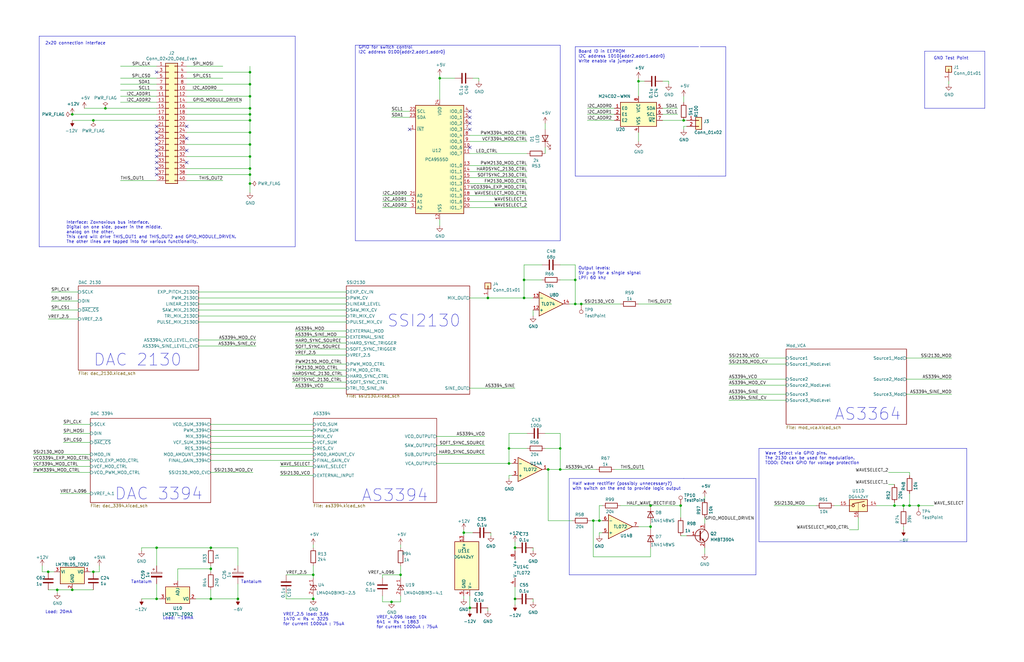
<source format=kicad_sch>
(kicad_sch (version 20230121) (generator eeschema)
  (paper "B")
  (title_block (title "Zoxnoxious SSI2130/AS3394") (date "2023-05-05") (rev "0.1") (company "Zoxnoxious Engineering"))
  (junction (at 105.41 60.96))
  (junction (at 105.41 50.8))
  (junction (at 195.58 224.79))
  (junction (at 44.45 45.72))
  (junction (at 30.48 48.26))
  (junction (at 100.33 252.73))
  (junction (at 105.41 40.64))
  (junction (at 132.08 252.73))
  (junction (at 198.12 256.54))
  (junction (at 24.13 248.92))
  (junction (at 242.57 128.27))
  (junction (at 168.91 242.57))
  (junction (at 217.17 231.14))
  (junction (at 250.19 219.71))
  (junction (at 274.32 213.36))
  (junction (at 231.14 198.12))
  (junction (at 185.42 33.02))
  (junction (at 66.04 252.73))
  (junction (at 220.98 118.11))
  (junction (at 105.41 73.66))
  (junction (at 377.19 213.36))
  (junction (at 387.35 213.36))
  (junction (at 88.9 252.73))
  (junction (at 214.63 195.58))
  (junction (at 269.24 34.29))
  (junction (at 383.54 213.36))
  (junction (at 252.73 219.71))
  (junction (at 105.41 66.04))
  (junction (at 30.48 248.92))
  (junction (at 39.37 241.3))
  (junction (at 105.41 77.47))
  (junction (at 105.41 48.26))
  (junction (at 88.9 231.14))
  (junction (at 288.29 50.8))
  (junction (at 236.22 189.23))
  (junction (at 236.22 198.12))
  (junction (at 132.08 242.57))
  (junction (at 39.37 50.8))
  (junction (at 214.63 189.23))
  (junction (at 105.41 55.88))
  (junction (at 105.41 45.72))
  (junction (at 105.41 35.56))
  (junction (at 66.04 231.14))
  (junction (at 217.17 252.73))
  (junction (at 287.02 213.36))
  (junction (at 220.98 125.73))
  (junction (at 88.9 240.03))
  (junction (at 245.11 128.27))
  (junction (at 274.32 222.25))
  (junction (at 105.41 71.12))
  (junction (at 205.74 125.73))
  (junction (at 242.57 118.11))
  (junction (at 381 213.36))
  (junction (at 165.1 254))
  (junction (at 105.41 30.48))
  (junction (at 20.32 241.3))
  (no_connect (at 78.74 68.58))
  (no_connect (at 78.74 63.5))
  (no_connect (at 78.74 58.42))
  (no_connect (at 78.74 53.34))
  (no_connect (at 172.72 54.61))
  (no_connect (at 66.04 73.66))
  (no_connect (at 66.04 71.12))
  (no_connect (at 66.04 63.5))
  (no_connect (at 66.04 60.96))
  (no_connect (at 66.04 58.42))
  (no_connect (at 66.04 55.88))
  (no_connect (at 66.04 53.34))
  (no_connect (at 66.04 68.58))
  (no_connect (at 66.04 66.04))
  (no_connect (at 66.04 30.48))
  (no_connect (at 198.12 54.61))
  (no_connect (at 198.12 52.07))
  (no_connect (at 198.12 49.53))
  (no_connect (at 198.12 46.99))
  (no_connect (at 198.12 62.23))
  (wire (pts (xy 224.79 231.14) (xy 224.79 232.41)))
  (wire (pts (xy 83.82 130.81) (xy 146.05 130.81)))
  (polyline (pts (xy 320.04 189.23) (xy 407.67 189.23)))
  (polyline (pts (xy 306.07 19.685) (xy 306.07 74.295)))
  (wire (pts (xy 100.33 238.76) (xy 100.33 231.14)))
  (wire (pts (xy 168.91 251.46) (xy 168.91 254)))
  (wire (pts (xy 351.79 213.36) (xy 354.33 213.36)))
  (wire (pts (xy 66.04 252.73) (xy 67.31 252.73)))
  (wire (pts (xy 326.39 213.36) (xy 344.17 213.36)))
  (wire (pts (xy 105.41 60.96) (xy 105.41 66.04)))
  (wire (pts (xy 195.58 223.52) (xy 195.58 224.79)))
  (wire (pts (xy 374.65 204.47) (xy 377.19 204.47)))
  (wire (pts (xy 168.91 242.57) (xy 168.91 238.76)))
  (polyline (pts (xy 242.57 74.295) (xy 242.57 19.685)))
  (wire (pts (xy 279.4 34.29) (xy 281.94 34.29)))
  (wire (pts (xy 274.32 222.25) (xy 274.32 223.52)))
  (wire (pts (xy 88.9 184.15) (xy 132.08 184.15)))
  (wire (pts (xy 78.74 48.26) (xy 105.41 48.26)))
  (wire (pts (xy 66.04 50.8) (xy 39.37 50.8)))
  (polyline (pts (xy 240.03 242.57) (xy 240.03 201.93)))
  (wire (pts (xy 24.13 248.92) (xy 20.32 248.92)))
  (wire (pts (xy 184.15 195.58) (xy 214.63 195.58)))
  (wire (pts (xy 269.24 55.88) (xy 269.24 59.69)))
  (wire (pts (xy 118.11 200.66) (xy 132.08 200.66)))
  (wire (pts (xy 245.11 128.27) (xy 261.62 128.27)))
  (wire (pts (xy 88.9 199.39) (xy 106.68 199.39)))
  (wire (pts (xy 185.42 33.02) (xy 185.42 41.91)))
  (wire (pts (xy 50.8 76.2) (xy 66.04 76.2)))
  (polyline (pts (xy 407.67 189.23) (xy 407.67 228.6)))
  (wire (pts (xy 281.94 35.56) (xy 281.94 34.29)))
  (polyline (pts (xy 318.77 242.57) (xy 240.03 242.57)))
  (polyline (pts (xy 149.86 19.05) (xy 236.22 19.05)))
  (wire (pts (xy 242.57 111.76) (xy 242.57 118.11)))
  (wire (pts (xy 229.87 62.23) (xy 229.87 64.77)))
  (wire (pts (xy 279.4 48.26) (xy 285.75 48.26)))
  (wire (pts (xy 382.27 151.13) (xy 401.32 151.13)))
  (wire (pts (xy 361.95 218.44) (xy 361.95 223.52)))
  (wire (pts (xy 274.32 231.14) (xy 274.32 234.95)))
  (wire (pts (xy 78.74 40.64) (xy 105.41 40.64)))
  (wire (pts (xy 400.05 34.29) (xy 400.05 35.56)))
  (wire (pts (xy 13.97 194.31) (xy 38.1 194.31)))
  (wire (pts (xy 83.82 135.89) (xy 146.05 135.89)))
  (wire (pts (xy 88.9 240.03) (xy 88.9 238.76)))
  (wire (pts (xy 74.93 245.11) (xy 74.93 240.03)))
  (wire (pts (xy 307.34 160.02) (xy 331.47 160.02)))
  (wire (pts (xy 93.98 76.2) (xy 78.74 76.2)))
  (wire (pts (xy 39.37 50.8) (xy 30.48 50.8)))
  (polyline (pts (xy 415.29 21.59) (xy 415.29 45.72)))
  (wire (pts (xy 198.12 64.77) (xy 222.25 64.77)))
  (wire (pts (xy 254 224.79) (xy 252.73 224.79)))
  (wire (pts (xy 229.87 52.07) (xy 229.87 54.61)))
  (polyline (pts (xy 16.51 104.14) (xy 16.51 15.24)))
  (wire (pts (xy 236.22 111.76) (xy 242.57 111.76)))
  (polyline (pts (xy 389.89 21.59) (xy 415.29 21.59)))
  (wire (pts (xy 220.98 125.73) (xy 224.79 125.73)))
  (polyline (pts (xy 288.29 201.93) (xy 318.77 201.93)))
  (wire (pts (xy 105.41 55.88) (xy 105.41 60.96)))
  (wire (pts (xy 83.82 143.51) (xy 107.95 143.51)))
  (wire (pts (xy 214.63 189.23) (xy 214.63 195.58)))
  (wire (pts (xy 214.63 195.58) (xy 215.9 195.58)))
  (wire (pts (xy 88.9 186.69) (xy 132.08 186.69)))
  (wire (pts (xy 172.72 46.99) (xy 165.1 46.99)))
  (wire (pts (xy 259.08 45.72) (xy 247.65 45.72)))
  (wire (pts (xy 288.29 40.64) (xy 288.29 43.18)))
  (wire (pts (xy 20.32 134.62) (xy 33.02 134.62)))
  (wire (pts (xy 381 222.25) (xy 381 223.52)))
  (wire (pts (xy 361.95 223.52) (xy 358.14 223.52)))
  (wire (pts (xy 195.58 251.46) (xy 195.58 252.73)))
  (wire (pts (xy 271.78 34.29) (xy 269.24 34.29)))
  (wire (pts (xy 118.11 196.85) (xy 132.08 196.85)))
  (wire (pts (xy 78.74 55.88) (xy 105.41 55.88)))
  (wire (pts (xy 83.82 123.19) (xy 146.05 123.19)))
  (wire (pts (xy 105.41 40.64) (xy 105.41 45.72)))
  (wire (pts (xy 261.62 213.36) (xy 274.32 213.36)))
  (wire (pts (xy 274.32 234.95) (xy 250.19 234.95)))
  (wire (pts (xy 269.24 33.02) (xy 269.24 34.29)))
  (wire (pts (xy 172.72 82.55) (xy 161.29 82.55)))
  (wire (pts (xy 50.8 33.02) (xy 66.04 33.02)))
  (wire (pts (xy 252.73 213.36) (xy 252.73 219.71)))
  (wire (pts (xy 242.57 128.27) (xy 245.11 128.27)))
  (wire (pts (xy 236.22 198.12) (xy 251.46 198.12)))
  (wire (pts (xy 274.32 220.98) (xy 274.32 222.25)))
  (wire (pts (xy 269.24 40.64) (xy 269.24 34.29)))
  (wire (pts (xy 382.27 166.37) (xy 401.32 166.37)))
  (wire (pts (xy 38.1 182.88) (xy 26.67 182.88)))
  (wire (pts (xy 33.02 127) (xy 21.59 127)))
  (wire (pts (xy 124.46 163.83) (xy 146.05 163.83)))
  (wire (pts (xy 78.74 50.8) (xy 105.41 50.8)))
  (polyline (pts (xy 124.46 15.24) (xy 124.46 104.14)))
  (wire (pts (xy 205.74 125.73) (xy 220.98 125.73)))
  (wire (pts (xy 198.12 82.55) (xy 222.25 82.55)))
  (wire (pts (xy 26.67 186.69) (xy 38.1 186.69)))
  (wire (pts (xy 78.74 45.72) (xy 105.41 45.72)))
  (wire (pts (xy 229.87 182.88) (xy 236.22 182.88)))
  (wire (pts (xy 383.54 199.39) (xy 383.54 200.66)))
  (wire (pts (xy 236.22 182.88) (xy 236.22 189.23)))
  (wire (pts (xy 30.48 248.92) (xy 24.13 248.92)))
  (wire (pts (xy 377.19 213.36) (xy 381 213.36)))
  (wire (pts (xy 105.41 73.66) (xy 105.41 77.47)))
  (wire (pts (xy 124.46 144.78) (xy 146.05 144.78)))
  (wire (pts (xy 185.42 31.75) (xy 185.42 33.02)))
  (wire (pts (xy 288.29 50.8) (xy 289.56 50.8)))
  (wire (pts (xy 195.58 224.79) (xy 195.58 226.06)))
  (wire (pts (xy 66.04 35.56) (xy 50.8 35.56)))
  (wire (pts (xy 66.04 231.14) (xy 88.9 231.14)))
  (wire (pts (xy 307.34 151.13) (xy 331.47 151.13)))
  (wire (pts (xy 198.12 57.15) (xy 222.25 57.15)))
  (wire (pts (xy 161.29 243.84) (xy 161.29 242.57)))
  (wire (pts (xy 307.34 162.56) (xy 331.47 162.56)))
  (wire (pts (xy 100.33 231.14) (xy 88.9 231.14)))
  (polyline (pts (xy 407.67 228.6) (xy 320.04 228.6)))
  (wire (pts (xy 287.02 218.44) (xy 287.02 213.36)))
  (wire (pts (xy 78.74 60.96) (xy 105.41 60.96)))
  (wire (pts (xy 220.98 111.76) (xy 220.98 118.11)))
  (wire (pts (xy 66.04 45.72) (xy 44.45 45.72)))
  (wire (pts (xy 383.54 208.28) (xy 383.54 213.36)))
  (wire (pts (xy 78.74 27.94) (xy 93.98 27.94)))
  (wire (pts (xy 199.39 33.02) (xy 201.93 33.02)))
  (polyline (pts (xy 149.86 101.6) (xy 236.22 101.6)))
  (wire (pts (xy 287.02 213.36) (xy 274.32 213.36)))
  (wire (pts (xy 168.91 242.57) (xy 168.91 243.84)))
  (wire (pts (xy 66.04 238.76) (xy 66.04 231.14)))
  (polyline (pts (xy 242.57 19.685) (xy 294.64 19.685)))
  (wire (pts (xy 41.91 241.3) (xy 39.37 241.3)))
  (wire (pts (xy 24.13 248.92) (xy 24.13 250.19)))
  (wire (pts (xy 88.9 248.92) (xy 88.9 252.73)))
  (wire (pts (xy 214.63 189.23) (xy 222.25 189.23)))
  (wire (pts (xy 83.82 133.35) (xy 146.05 133.35)))
  (wire (pts (xy 78.74 43.18) (xy 101.6 43.18)))
  (wire (pts (xy 83.82 125.73) (xy 146.05 125.73)))
  (wire (pts (xy 229.87 189.23) (xy 236.22 189.23)))
  (wire (pts (xy 217.17 252.73) (xy 217.17 255.27)))
  (polyline (pts (xy 149.86 101.6) (xy 149.86 19.05)))
  (wire (pts (xy 259.08 48.26) (xy 247.65 48.26)))
  (wire (pts (xy 105.41 35.56) (xy 105.41 40.64)))
  (wire (pts (xy 369.57 213.36) (xy 377.19 213.36)))
  (wire (pts (xy 185.42 92.71) (xy 185.42 95.25)))
  (polyline (pts (xy 320.04 189.23) (xy 320.04 228.6)))
  (wire (pts (xy 38.1 179.07) (xy 26.67 179.07)))
  (wire (pts (xy 297.18 218.44) (xy 297.18 220.98)))
  (wire (pts (xy 124.46 149.86) (xy 146.05 149.86)))
  (polyline (pts (xy 124.46 104.14) (xy 16.51 104.14)))
  (wire (pts (xy 25.4 208.28) (xy 38.1 208.28)))
  (wire (pts (xy 78.74 66.04) (xy 105.41 66.04)))
  (wire (pts (xy 88.9 252.73) (xy 100.33 252.73)))
  (wire (pts (xy 33.02 123.19) (xy 21.59 123.19)))
  (wire (pts (xy 201.93 34.29) (xy 201.93 33.02)))
  (wire (pts (xy 307.34 166.37) (xy 331.47 166.37)))
  (wire (pts (xy 78.74 71.12) (xy 105.41 71.12)))
  (wire (pts (xy 381 213.36) (xy 383.54 213.36)))
  (wire (pts (xy 132.08 229.87) (xy 132.08 231.14)))
  (wire (pts (xy 383.54 213.36) (xy 387.35 213.36)))
  (wire (pts (xy 231.14 219.71) (xy 241.3 219.71)))
  (wire (pts (xy 120.65 252.73) (xy 132.08 252.73)))
  (wire (pts (xy 88.9 194.31) (xy 132.08 194.31)))
  (wire (pts (xy 184.15 187.96) (xy 204.47 187.96)))
  (polyline (pts (xy 389.89 21.59) (xy 389.89 45.72)))
  (wire (pts (xy 198.12 72.39) (xy 222.25 72.39)))
  (wire (pts (xy 78.74 30.48) (xy 105.41 30.48)))
  (polyline (pts (xy 240.03 201.93) (xy 288.29 201.93)))
  (wire (pts (xy 236.22 189.23) (xy 236.22 198.12)))
  (wire (pts (xy 279.4 50.8) (xy 288.29 50.8)))
  (polyline (pts (xy 294.64 74.295) (xy 242.57 74.295)))
  (polyline (pts (xy 415.29 45.72) (xy 389.89 45.72)))
  (wire (pts (xy 105.41 71.12) (xy 105.41 73.66)))
  (wire (pts (xy 220.98 118.11) (xy 228.6 118.11)))
  (wire (pts (xy 83.82 146.05) (xy 107.95 146.05)))
  (wire (pts (xy 198.12 74.93) (xy 222.25 74.93)))
  (wire (pts (xy 132.08 243.84) (xy 132.08 242.57)))
  (wire (pts (xy 198.12 77.47) (xy 222.25 77.47)))
  (wire (pts (xy 123.19 161.29) (xy 146.05 161.29)))
  (wire (pts (xy 105.41 77.47) (xy 105.41 81.28)))
  (wire (pts (xy 50.8 40.64) (xy 66.04 40.64)))
  (wire (pts (xy 41.91 238.76) (xy 41.91 241.3)))
  (wire (pts (xy 377.19 212.09) (xy 377.19 213.36)))
  (wire (pts (xy 217.17 247.65) (xy 217.17 252.73)))
  (polyline (pts (xy 16.51 15.24) (xy 124.46 15.24)))
  (wire (pts (xy 124.46 156.21) (xy 146.05 156.21)))
  (wire (pts (xy 199.39 224.79) (xy 195.58 224.79)))
  (wire (pts (xy 93.98 38.1) (xy 78.74 38.1)))
  (wire (pts (xy 124.46 153.67) (xy 146.05 153.67)))
  (polyline (pts (xy 288.29 201.93) (xy 288.29 201.93)))
  (wire (pts (xy 222.25 182.88) (xy 214.63 182.88)))
  (wire (pts (xy 13.97 196.85) (xy 38.1 196.85)))
  (wire (pts (xy 191.77 33.02) (xy 185.42 33.02)))
  (wire (pts (xy 198.12 87.63) (xy 222.25 87.63)))
  (wire (pts (xy 124.46 142.24) (xy 146.05 142.24)))
  (wire (pts (xy 105.41 66.04) (xy 105.41 71.12)))
  (wire (pts (xy 242.57 128.27) (xy 240.03 128.27)))
  (wire (pts (xy 50.8 27.94) (xy 66.04 27.94)))
  (wire (pts (xy 124.46 147.32) (xy 146.05 147.32)))
  (wire (pts (xy 88.9 191.77) (xy 132.08 191.77)))
  (wire (pts (xy 132.08 251.46) (xy 132.08 252.73)))
  (wire (pts (xy 288.29 53.34) (xy 289.56 53.34)))
  (wire (pts (xy 161.29 242.57) (xy 168.91 242.57)))
  (polyline (pts (xy 236.22 19.05) (xy 236.22 101.6)))
  (wire (pts (xy 93.98 33.02) (xy 78.74 33.02)))
  (wire (pts (xy 39.37 248.92) (xy 30.48 248.92)))
  (wire (pts (xy 17.78 241.3) (xy 20.32 241.3)))
  (wire (pts (xy 124.46 139.7) (xy 146.05 139.7)))
  (wire (pts (xy 66.04 43.18) (xy 50.8 43.18)))
  (wire (pts (xy 120.65 250.19) (xy 120.65 252.73)))
  (wire (pts (xy 83.82 128.27) (xy 146.05 128.27)))
  (wire (pts (xy 82.55 252.73) (xy 88.9 252.73)))
  (wire (pts (xy 161.29 251.46) (xy 161.29 254)))
  (wire (pts (xy 214.63 200.66) (xy 215.9 200.66)))
  (wire (pts (xy 20.32 241.3) (xy 22.86 241.3)))
  (wire (pts (xy 214.63 182.88) (xy 214.63 189.23)))
  (polyline (pts (xy 295.275 19.685) (xy 306.07 19.685)))
  (wire (pts (xy 289.56 226.06) (xy 287.02 226.06)))
  (wire (pts (xy 44.45 45.72) (xy 35.56 45.72)))
  (wire (pts (xy 105.41 48.26) (xy 105.41 50.8)))
  (wire (pts (xy 66.04 231.14) (xy 59.69 231.14)))
  (wire (pts (xy 74.93 240.03) (xy 88.9 240.03)))
  (wire (pts (xy 297.18 209.55) (xy 297.18 210.82)))
  (wire (pts (xy 105.41 27.94) (xy 105.41 30.48)))
  (wire (pts (xy 248.92 219.71) (xy 250.19 219.71)))
  (wire (pts (xy 88.9 189.23) (xy 132.08 189.23)))
  (wire (pts (xy 224.79 252.73) (xy 224.79 254)))
  (wire (pts (xy 231.14 198.12) (xy 236.22 198.12)))
  (wire (pts (xy 242.57 118.11) (xy 242.57 128.27)))
  (wire (pts (xy 252.73 219.71) (xy 254 219.71)))
  (wire (pts (xy 198.12 256.54) (xy 198.12 257.81)))
  (wire (pts (xy 198.12 80.01) (xy 222.25 80.01)))
  (wire (pts (xy 205.74 256.54) (xy 205.74 257.81)))
  (wire (pts (xy 236.22 118.11) (xy 242.57 118.11)))
  (wire (pts (xy 168.91 229.87) (xy 168.91 231.14)))
  (wire (pts (xy 78.74 35.56) (xy 105.41 35.56)))
  (wire (pts (xy 198.12 69.85) (xy 222.25 69.85)))
  (wire (pts (xy 228.6 111.76) (xy 220.98 111.76)))
  (wire (pts (xy 285.75 45.72) (xy 279.4 45.72)))
  (wire (pts (xy 66.04 48.26) (xy 30.48 48.26)))
  (wire (pts (xy 165.1 254) (xy 168.91 254)))
  (polyline (pts (xy 306.07 74.295) (xy 294.64 74.295)))
  (wire (pts (xy 250.19 219.71) (xy 252.73 219.71)))
  (wire (pts (xy 105.41 30.48) (xy 105.41 35.56)))
  (wire (pts (xy 132.08 238.76) (xy 132.08 242.57)))
  (wire (pts (xy 17.78 238.76) (xy 17.78 241.3)))
  (wire (pts (xy 165.1 49.53) (xy 172.72 49.53)))
  (wire (pts (xy 207.01 224.79) (xy 207.01 226.06)))
  (wire (pts (xy 88.9 181.61) (xy 132.08 181.61)))
  (wire (pts (xy 214.63 200.66) (xy 214.63 201.93)))
  (wire (pts (xy 382.27 160.02) (xy 401.32 160.02)))
  (wire (pts (xy 259.08 198.12) (xy 271.78 198.12)))
  (wire (pts (xy 198.12 163.83) (xy 217.17 163.83)))
  (wire (pts (xy 217.17 231.14) (xy 217.17 232.41)))
  (wire (pts (xy 184.15 191.77) (xy 204.47 191.77)))
  (wire (pts (xy 172.72 85.09) (xy 161.29 85.09)))
  (wire (pts (xy 100.33 252.73) (xy 100.33 246.38)))
  (wire (pts (xy 374.65 199.39) (xy 383.54 199.39)))
  (wire (pts (xy 269.24 128.27) (xy 283.21 128.27)))
  (wire (pts (xy 220.98 118.11) (xy 220.98 125.73)))
  (wire (pts (xy 198.12 85.09) (xy 222.25 85.09)))
  (wire (pts (xy 78.74 73.66) (xy 105.41 73.66)))
  (wire (pts (xy 161.29 254) (xy 165.1 254)))
  (wire (pts (xy 269.24 222.25) (xy 274.32 222.25)))
  (wire (pts (xy 288.29 54.61) (xy 288.29 53.34)))
  (wire (pts (xy 13.97 199.39) (xy 38.1 199.39)))
  (wire (pts (xy 250.19 234.95) (xy 250.19 219.71)))
  (wire (pts (xy 66.04 246.38) (xy 66.04 252.73)))
  (wire (pts (xy 38.1 241.3) (xy 39.37 241.3)))
  (wire (pts (xy 198.12 59.69) (xy 222.25 59.69)))
  (wire (pts (xy 21.59 130.81) (xy 33.02 130.81)))
  (polyline (pts (xy 318.77 201.93) (xy 318.77 242.57)))
  (wire (pts (xy 105.41 45.72) (xy 105.41 48.26)))
  (wire (pts (xy 387.35 213.36) (xy 393.7 213.36)))
  (wire (pts (xy 88.9 240.03) (xy 88.9 241.3)))
  (wire (pts (xy 59.69 252.73) (xy 66.04 252.73)))
  (wire (pts (xy 198.12 251.46) (xy 198.12 256.54)))
  (wire (pts (xy 105.41 50.8) (xy 105.41 55.88)))
  (wire (pts (xy 297.18 231.14) (xy 297.18 233.68)))
  (wire (pts (xy 50.8 38.1) (xy 66.04 38.1)))
  (wire (pts (xy 381 213.36) (xy 381 214.63)))
  (wire (pts (xy 307.34 153.67) (xy 331.47 153.67)))
  (wire (pts (xy 231.14 198.12) (xy 231.14 219.71)))
  (wire (pts (xy 123.19 158.75) (xy 146.05 158.75)))
  (wire (pts (xy 172.72 87.63) (xy 161.29 87.63)))
  (wire (pts (xy 198.12 125.73) (xy 205.74 125.73)))
  (wire (pts (xy 13.97 191.77) (xy 38.1 191.77)))
  (wire (pts (xy 184.15 184.15) (xy 204.47 184.15)))
  (wire (pts (xy 217.17 228.6) (xy 217.17 231.14)))
  (wire (pts (xy 252.73 224.79) (xy 252.73 226.06)))
  (wire (pts (xy 254 213.36) (xy 252.73 213.36)))
  (wire (pts (xy 88.9 179.07) (xy 132.08 179.07)))
  (wire (pts (xy 259.08 50.8) (xy 247.65 50.8)))
  (wire (pts (xy 120.65 242.57) (xy 132.08 242.57)))
  (wire (pts (xy 59.69 231.14) (xy 59.69 232.41)))
  (wire (pts (xy 224.79 130.81) (xy 224.79 133.35)))
  (wire (pts (xy 307.34 168.91) (xy 331.47 168.91)))
  (text "VREF_4.096 load: 10k\n641 < Rs < 1863\nfor current 1000uA : 75uA" (at 158.75 265.43 0) (effects (font (size 1.27 1.27)) (justify left bottom)))
  (text "DAC 3394" (at 48.26 211.455 0) (effects (font (size 5.0038 5.0038)) (justify left bottom)))
  (text "Tantalum" (at 55.245 246.38 0) (effects (font (size 1.27 1.27)) (justify left bottom)))
  (text "Half wave rectifier (possibly unnecessary?)\nwith switch on the end to provide logic output" (at 241.3 207.01 0) (effects (font (size 1.27 1.27)) (justify left bottom)))
  (text "2x20 connection interface" (at 19.05 19.05 0) (effects (font (size 1.27 1.27)) (justify left bottom)))
  (text "Wave Select via GPIO pins.\nThe 2130 can be used for modulation.\nTODO: Check GPIO for voltage protection" (at 322.58 196.215 0) (effects (font (size 1.27 1.27)) (justify left bottom)))
  (text "Load: -19mA" (at 68.58 261.62 0) (effects (font (size 1.27 1.27)) (justify left bottom)))
  (text "SSI2130" (at 163.195 138.43 0) (effects (font (size 5.0038 5.0038)) (justify left bottom)))
  (text "VREF_2.5 load: 3.6k\n1470 < Rs < 3225\nfor current 1000uA : 75uA" (at 119.38 264.16 0) (effects (font (size 1.27 1.27)) (justify left bottom)))
  (text "GPIO for switch control\nI2C address 0100{addr2,addr1,addr0}" (at 151.13 22.86 0) (effects (font (size 1.27 1.27)) (justify left bottom)))
  (text "Tantalum" (at 101.6 246.38 0) (effects (font (size 1.27 1.27)) (justify left bottom)))
  (text "AS3364" (at 351.79 177.8 0) (effects (font (size 5.0038 5.0038)) (justify left bottom)))
  (text "AS3394" (at 152.4 212.09 0) (effects (font (size 5.0038 5.0038)) (justify left bottom)))
  (text "GND Test Point" (at 393.7 25.4 0) (effects (font (size 1.27 1.27)) (justify left bottom)))
  (text "Board ID in EEPROM\nI2C address 1010{addr2,addr1,addr0}\nWrite enable via jumper" (at 243.84 26.67 0) (effects (font (size 1.27 1.27)) (justify left bottom)))
  (text "Interface: Zoxnoxious bus interface.\nDigital on one side, power in the middle,\nanalog on the other.\nThis card will drive THIS_OUT1 and THIS_OUT2 and GPIO_MODULE_DRIVEN.\nThe other lines are tapped into for various functionality." (at 27.94 102.87 0) (effects (font (size 1.27 1.27)) (justify left bottom)))
  (text "Output levels:\n5V p-p for a single signal\nLPF: 60 khz" (at 243.84 118.11 0) (effects (font (size 1.27 1.27)) (justify left bottom)))
  (text "DAC 2130" (at 39.37 154.94 0) (effects (font (size 5.0038 5.0038)) (justify left bottom)))
  (text "Load: 20mA" (at 19.05 259.08 0) (effects (font (size 1.27 1.27)) (justify left bottom)))
  (label "AS3394_MOD_CV" (at 307.34 162.56 0))
  (label "SPI_MOSI" (at 21.59 127 0))
  (label "WAVE_SELECT" (at 118.11 196.85 0))
  (label "SSI2130_MOD_CV" (at 307.34 153.67 0))
  (label "PWM3394_MOD_CTRL" (at 222.25 57.15 180))
  (label "SPI_CS0" (at 26.67 186.69 0))
  (label "WAVESELECT_2" (at 374.65 199.39 180))
  (label "SSI2130_VCO" (at 118.11 200.66 0))
  (label "AS3394_VCA" (at 250.19 198.12 180))
  (label "SSI2130_VCO" (at 259.08 128.27 180))
  (label "GPIO_MODULE_DRIVEN" (at 297.18 219.71 0))
  (label "SCL1" (at 58.42 38.1 0))
  (label "WAVE_SELECT" (at 393.7 213.36 0))
  (label "AS3394_SINE_CV" (at 107.95 146.05 180))
  (label "FM2130_MOD_CTRL" (at 222.25 77.47 180))
  (label "VREF_2.5" (at 20.32 134.62 0))
  (label "AS3394_MOD" (at 401.32 160.02 180))
  (label "VCF3394_MOD_CTRL" (at 222.25 59.69 180))
  (label "HALF_WAVE_RECTIFIED" (at 264.16 213.36 0))
  (label "THIS_OUT1" (at 50.8 76.2 0))
  (label "AS3394_SINE_MOD" (at 401.32 166.37 180))
  (label "SPI_CLK" (at 26.67 179.07 0))
  (label "VCF3394_MOD_CTRL" (at 13.97 196.85 0))
  (label "PWM2130_MOD_CTRL" (at 222.25 69.85 180))
  (label "LED_CTRL" (at 200.66 64.77 0))
  (label "AS3394_SINE" (at 217.17 163.83 180))
  (label "VCO3394_EXP_MOD_CTRL" (at 13.97 194.31 0))
  (label "VCO3394_EXP_MOD_CTRL" (at 222.25 80.01 180))
  (label "SPI_CS1" (at 81.28 33.02 0))
  (label "AS3394_VCO" (at 204.47 184.15 180))
  (label "VREF_2.5" (at 124.46 149.86 0))
  (label "AS3394_SINE" (at 307.34 166.37 0))
  (label "I2C_ADDR0" (at 247.65 45.72 0))
  (label "AS3394_MOD_CV" (at 107.95 143.51 180))
  (label "AS3394_VCO" (at 307.34 160.02 0))
  (label "GPIO_MODULE_DRIVEN" (at 81.28 43.18 0))
  (label "I2C_ADDR0" (at 161.29 82.55 0))
  (label "I2C_ADDR1" (at 247.65 48.26 0))
  (label "VREF_4.096" (at 166.37 242.57 180))
  (label "I2C_ADDR0" (at 91.44 38.1 180))
  (label "SDA1" (at 58.42 35.56 0))
  (label "HARD_SYNC_SOURCE" (at 124.46 144.78 0))
  (label "I2C_ADDR2" (at 247.65 50.8 0))
  (label "WAVESELECT_2" (at 222.25 87.63 180))
  (label "SPI_CS1" (at 21.59 130.81 0))
  (label "SSI2130_MOD" (at 326.39 213.36 0))
  (label "SSI2130_MOD" (at 13.97 191.77 0))
  (label "AS3394_MOD" (at 124.46 139.7 0))
  (label "WAVESELECT_1" (at 222.25 85.09 180))
  (label "SOFTSYNC_2130_CTRL" (at 222.25 74.93 180))
  (label "THIS_OUT2" (at 93.98 76.2 180))
  (label "SOFTSYNC_2130_CTRL" (at 123.19 161.29 0))
  (label "VREF_4.096" (at 25.4 208.28 0))
  (label "AS3394_VCO" (at 124.46 163.83 0))
  (label "SOFT_SYNC_SOURCE" (at 204.47 187.96 180))
  (label "SCL1" (at 165.1 46.99 0))
  (label "SPI_CLK" (at 21.59 123.19 0))
  (label "SDA1" (at 165.1 49.53 0))
  (label "HARD_SYNC_SOURCE" (at 204.47 191.77 180))
  (label "SPI_CS0" (at 63.5 33.02 180))
  (label "VREF_2.5" (at 120.65 242.57 0))
  (label "SDA1" (at 285.75 45.72 180))
  (label "SCL1" (at 285.75 48.26 180))
  (label "HARDSYNC_2130_CTRL" (at 123.19 158.75 0))
  (label "SPI_CLK" (at 63.5 27.94 180))
  (label "SPI_MOSI" (at 81.28 27.94 0))
  (label "PWM3394_MOD_CTRL" (at 13.97 199.39 0))
  (label "WAVESELECT_1" (at 374.65 204.47 180))
  (label "WAVESELECT_MOD_CTRL" (at 222.25 82.55 180))
  (label "SSI2130_MOD_CV" (at 106.68 199.39 180))
  (label "SOFT_SYNC_SOURCE" (at 124.46 147.32 0))
  (label "PWM2130_MOD_CTRL" (at 124.46 153.67 0))
  (label "FM2130_MOD_CTRL" (at 124.46 156.21 0))
  (label "I2C_ADDR2" (at 161.29 87.63 0))
  (label "HARDSYNC_2130_CTRL" (at 222.25 72.39 180))
  (label "I2C_ADDR1" (at 53.34 40.64 0))
  (label "I2C_ADDR1" (at 161.29 85.09 0))
  (label "SSI2130_MOD" (at 401.32 151.13 180))
  (label "THIS_OUT2" (at 283.21 128.27 180))
  (label "AS3394_SINE_CV" (at 307.34 168.91 0))
  (label "AS3394_SINE_MOD" (at 124.46 142.24 0))
  (label "SPI_MOSI" (at 26.67 182.88 0))
  (label "SSI2130_VCO" (at 307.34 151.13 0))
  (label "WAVESELECT_MOD_CTRL" (at 358.14 223.52 180))
  (label "THIS_OUT1" (at 271.78 198.12 180))
  (label "I2C_ADDR2" (at 53.34 43.18 0))
  (symbol (lib_id "power:GND") (at 185.42 95.25 0) (unit 1)
    (property "Reference" "#PWR027" (effects hide))
    (property "Value" "GND" (at 185.547 99.6442 0))
  )
  (symbol (lib_id "Device:C") (at 195.58 33.02 270) (unit 1)
    (property "Reference" "C40" (at 196.7484 35.941 0) (effects (justify left)))
    (property "Value" "0.1u" (at 194.437 35.941 0) (effects (justify left)))
    (property "Footprint" "Capacitor_SMD:C_0603_1608Metric" (effects hide))
    (property "LCSC Part" "C14663" (effects hide))
  )
  (symbol (lib_id "power:GND") (at 201.93 34.29 0) (unit 1)
    (property "Reference" "#PWR028" (effects hide))
    (property "Value" "GND" (at 202.057 38.6842 0))
  )
  (symbol (lib_id "Interface_Expansion:PCA9555D") (at 185.42 67.31 0) (unit 1)
    (property "Reference" "U12" (at 184.15 63.5 0))
    (property "Value" "PCA9555D" (at 184.15 67.31 0))
    (property "Footprint" "Package_SO:TSSOP-24_4.4x7.8mm_P0.65mm" (effects hide))
    (property "Datasheet" "https://www.nxp.com/docs/en/data-sheet/PCA9555.pdf" (effects hide))
    (property "LCSC Part" "C83265" (effects hide))
  )
  (symbol (lib_id "Connector_Generic:Conn_02x20_Odd_Even") (at 71.12 50.8 0) (unit 1)
    (property "Reference" "J2" (at 72.39 22.4282 0))
    (property "Value" "Conn_02x20_Odd_Even" (at 72.39 24.7396 0))
    (property "Footprint" "Connector_PinHeader_2.54mm:PinHeader_2x20_P2.54mm_Horizontal" (effects hide))
  )
  (symbol (lib_id "power:GND") (at 105.41 81.28 0) (unit 1)
    (property "Reference" "#PWR0118" (effects hide))
    (property "Value" "GND" (at 105.537 85.6742 0))
  )
  (symbol (lib_id "power:+5V") (at 35.56 45.72 0) (unit 1)
    (property "Reference" "#PWR0120" (effects hide))
    (property "Value" "+5V" (at 35.941 41.3258 0))
  )
  (symbol (lib_id "power:+12V") (at 30.48 48.26 0) (unit 1)
    (property "Reference" "#PWR0117" (effects hide))
    (property "Value" "+12V" (at 30.861 43.8658 0))
  )
  (symbol (lib_id "power:-12V") (at 30.48 50.8 180) (unit 1)
    (property "Reference" "#PWR0119" (effects hide))
    (property "Value" "-12V" (at 30.099 55.1942 0))
  )
  (symbol (lib_id "power:PWR_FLAG") (at 44.45 45.72 0) (unit 1)
    (property "Reference" "#FLG0101" (effects hide))
    (property "Value" "PWR_FLAG" (at 44.45 41.3258 0))
  )
  (symbol (lib_id "power:PWR_FLAG") (at 30.48 48.26 90) (unit 1)
    (property "Reference" "#FLG0102" (effects hide))
    (property "Value" "PWR_FLAG" (at 27.2542 48.26 90) (effects (justify left)))
  )
  (symbol (lib_id "power:PWR_FLAG") (at 39.37 50.8 180) (unit 1)
    (property "Reference" "#FLG0103" (effects hide))
    (property "Value" "PWR_FLAG" (at 39.37 55.1942 0))
  )
  (symbol (lib_id "power:PWR_FLAG") (at 105.41 77.47 270) (unit 1)
    (property "Reference" "#FLG0104" (effects hide))
    (property "Value" "PWR_FLAG" (at 108.6612 77.47 90) (effects (justify left)))
  )
  (symbol (lib_id "power:+5V") (at 185.42 31.75 0) (unit 1)
    (property "Reference" "#PWR026" (effects hide))
    (property "Value" "+5V" (at 185.801 27.3558 0))
  )
  (symbol (lib_id "Device:R") (at 226.06 64.77 270) (unit 1)
    (property "Reference" "R53" (at 226.06 70.0278 90))
    (property "Value" "2k" (at 226.06 67.7164 90))
    (property "Footprint" "Resistor_SMD:R_0603_1608Metric" (effects hide))
    (property "LCSC Part" "C22975" (effects hide))
  )
  (symbol (lib_id "Device:LED") (at 229.87 58.42 90) (unit 1)
    (property "Reference" "D1" (at 224.3582 58.5978 0))
    (property "Value" "LED" (at 226.6696 58.5978 0))
    (property "Footprint" "LED_SMD:LED_0603_1608Metric" (effects hide))
    (property "LCSC Part" "C2286" (effects hide))
  )
  (symbol (lib_id "power:+5V") (at 229.87 52.07 0) (unit 1)
    (property "Reference" "#PWR0112" (effects hide))
    (property "Value" "+5V" (at 230.251 47.6758 0))
  )
  (symbol (lib_id "power:GND") (at 269.24 59.69 0) (unit 1)
    (property "Reference" "#PWR0124" (effects hide))
    (property "Value" "GND" (at 269.367 64.0842 0))
  )
  (symbol (lib_id "power:+5V") (at 269.24 33.02 0) (unit 1)
    (property "Reference" "#PWR0126" (effects hide))
    (property "Value" "+5V" (at 269.621 28.6258 0))
  )
  (symbol (lib_id "Device:C") (at 275.59 34.29 270) (unit 1)
    (property "Reference" "C74" (at 276.7584 37.211 0) (effects (justify left)))
    (property "Value" "0.1u" (at 274.447 37.211 0) (effects (justify left)))
    (property "Footprint" "Capacitor_SMD:C_0603_1608Metric" (effects hide))
    (property "LCSC Part" "C14663" (effects hide))
  )
  (symbol (lib_id "power:GND") (at 281.94 35.56 0) (unit 1)
    (property "Reference" "#PWR0125" (effects hide))
    (property "Value" "GND" (at 282.067 39.9542 0))
  )
  (symbol (lib_id "Memory_EEPROM:M24C02-WMN") (at 269.24 48.26 0) (unit 1)
    (property "Reference" "U20" (at 261.62 54.61 0))
    (property "Value" "M24C02-WMN" (at 259.08 40.64 0))
    (property "Footprint" "Package_SO:SOIC-8_3.9x4.9mm_P1.27mm" (effects hide))
    (property "Datasheet" "http://www.st.com/content/ccc/resource/technical/document/datasheet/b0/d8/50/40/5a/85/49/6f/DM00071904.pdf/files/DM00071904.pdf/jcr:content/translations/en.DM00071904.pdf" (effects hide))
    (property "LCSC Part" "C7562" (effects hide))
  )
  (symbol (lib_id "power:GND") (at 288.29 54.61 0) (unit 1)
    (property "Reference" "#PWR08" (effects hide))
    (property "Value" "GND" (at 288.417 59.0042 0))
  )
  (symbol (lib_id "Device:R") (at 226.06 189.23 90) (unit 1)
    (property "Reference" "R56" (at 227.33 186.69 90) (effects (justify left)))
    (property "Value" "20k" (at 227.33 191.77 90) (effects (justify left)))
    (property "Footprint" "Resistor_SMD:R_0603_1608Metric" (effects hide))
    (property "LCSC Part" "C4184" (effects hide))
  )
  (symbol (lib_id "power:GND") (at 224.79 232.41 0) (unit 1)
    (property "Reference" "#PWR097" (effects hide))
    (property "Value" "GND" (at 224.79 236.8534 0))
  )
  (symbol (lib_id "Device:C") (at 161.29 247.65 180) (unit 1)
    (property "Reference" "C64" (at 156.21 246.38 0))
    (property "Value" "0.1u" (at 156.21 248.92 0))
    (property "Footprint" "Capacitor_SMD:C_0603_1608Metric" (effects hide))
    (property "LCSC Part" "C14663" (effects hide))
  )
  (symbol (lib_id "power:+12V") (at 217.17 228.6 0) (unit 1)
    (property "Reference" "#PWR093" (effects hide))
    (property "Value" "+12V" (at 217.17 225.0242 0))
  )
  (symbol (lib_id "power:GND") (at 195.58 252.73 0) (unit 1)
    (property "Reference" "#PWR014" (effects hide))
    (property "Value" "GND" (at 195.58 257.1734 0))
  )
  (symbol (lib_id "power:GND") (at 224.79 254 0) (unit 1)
    (property "Reference" "#PWR098" (effects hide))
    (property "Value" "GND" (at 224.79 258.4434 0))
  )
  (symbol (lib_id "power:+12V") (at 195.58 223.52 0) (unit 1)
    (property "Reference" "#PWR013" (effects hide))
    (property "Value" "+12V" (at 195.58 219.9442 0))
  )
  (symbol (lib_id "power:GND") (at 252.73 226.06 0) (unit 1)
    (property "Reference" "#PWR0128" (effects hide))
    (property "Value" "GND" (at 252.73 230.5034 0))
  )
  (symbol (lib_id "power:+5V") (at 297.18 209.55 0) (unit 1)
    (property "Reference" "#PWR0129" (effects hide))
    (property "Value" "+5V" (at 297.561 205.1558 0))
  )
  (symbol (lib_id "Reference_Voltage:LM4040DBZ-4.1") (at 168.91 247.65 90) (unit 1)
    (property "Reference" "U19" (at 170.9166 246.8153 90) (effects (justify right)))
    (property "Value" "LM4040BIM3-4.1" (at 170.18 250.19 90) (effects (justify right)))
    (property "Footprint" "Package_TO_SOT_SMD:SOT-23" (effects hide))
    (property "Datasheet" "http://www.ti.com/lit/ds/symlink/lm4040-n.pdf" (effects hide))
    (property "LCSC Part" "C134038" (effects hide))
  )
  (symbol (lib_id "power:GND") (at 59.69 232.41 0) (unit 1)
    (property "Reference" "#PWR05" (effects hide))
    (property "Value" "GND" (at 59.69 236.8534 0))
  )
  (symbol (lib_id "Device:R") (at 88.9 234.95 180) (unit 1)
    (property "Reference" "R33" (at 86.36 233.68 90) (effects (justify left)))
    (property "Value" "1k" (at 91.44 233.68 90) (effects (justify left)))
    (property "Footprint" "Resistor_SMD:R_0603_1608Metric" (effects hide))
    (property "LCSC Part" "C21190" (effects hide))
  )
  (symbol (lib_id "Device:R") (at 232.41 118.11 90) (unit 1)
    (property "Reference" "R66" (at 233.68 115.57 90) (effects (justify left)))
    (property "Value" "39k" (at 233.68 120.65 90) (effects (justify left)))
    (property "Footprint" "Resistor_SMD:R_0603_1608Metric" (effects hide))
    (property "LCSC Part" "C23153" (effects hide))
  )
  (symbol (lib_id "power:GND") (at 214.63 201.93 0) (unit 1)
    (property "Reference" "#PWR092" (effects hide))
    (property "Value" "GND" (at 214.757 206.3242 0))
  )
  (symbol (lib_id "power:-12V") (at 198.12 257.81 180) (unit 1)
    (property "Reference" "#PWR015" (effects hide))
    (property "Value" "-12V" (at 198.12 262.2534 0))
  )
  (symbol (lib_id "Connector:TestPoint") (at 287.02 213.36 0) (unit 1)
    (property "Reference" "TP10" (at 288.417 209.034 0) (effects (justify left)))
    (property "Value" "TestPoint" (at 288.417 211.082 0) (effects (justify left)))
    (property "Footprint" "TestPoint:TestPoint_Pad_1.5x1.5mm" (effects hide))
  )
  (symbol (lib_id "power:+5VA") (at 41.91 238.76 0) (unit 1)
    (property "Reference" "#PWR059" (effects hide))
    (property "Value" "+5VA" (at 41.91 235.1842 0))
  )
  (symbol (lib_id "Diode:1N4148WS") (at 274.32 227.33 270) (unit 1)
    (property "Reference" "D7" (at 276.352 226.4953 90) (effects (justify left)))
    (property "Value" "1N4148WS" (at 274.32 229.87 90) (effects (justify left)))
    (property "Footprint" "Diode_SMD:D_SOD-323" (effects hide))
    (property "Datasheet" "https://www.vishay.com/docs/85751/1n4148ws.pdf" (effects hide))
    (property "LCSC Part" "C2128" (effects hide))
    (property "Sim.Device" "D" (effects hide))
    (property "Sim.Pins" "1=K 2=A" (effects hide))
  )
  (symbol (lib_id "Device:R") (at 88.9 245.11 180) (unit 1)
    (property "Reference" "R44" (at 86.36 243.84 90) (effects (justify left)))
    (property "Value" "240" (at 91.44 243.84 90) (effects (justify left)))
    (property "Footprint" "Resistor_SMD:R_0805_2012Metric" (effects hide))
    (property "LCSC Part" "C17572" (effects hide))
  )
  (symbol (lib_id "Device:R") (at 347.98 213.36 90) (unit 1)
    (property "Reference" "R51" (at 349.25 210.82 90) (effects (justify left)))
    (property "Value" "10k" (at 349.25 215.9 90) (effects (justify left)))
    (property "Footprint" "Resistor_SMD:R_0603_1608Metric" (effects hide))
    (property "LCSC Part" "C25804" (effects hide))
  )
  (symbol (lib_id "Diode:1N4148WS") (at 274.32 217.17 270) (unit 1)
    (property "Reference" "D8" (at 276.352 216.3353 90) (effects (justify left)))
    (property "Value" "1N4148WS" (at 274.32 219.71 90) (effects (justify left)))
    (property "Footprint" "Diode_SMD:D_SOD-323" (effects hide))
    (property "Datasheet" "https://www.vishay.com/docs/85751/1n4148ws.pdf" (effects hide))
    (property "LCSC Part" "C2128" (effects hide))
    (property "Sim.Device" "D" (effects hide))
    (property "Sim.Pins" "1=K 2=A" (effects hide))
  )
  (symbol (lib_id "Connector_Generic:Conn_01x01") (at 400.05 29.21 90) (unit 1)
    (property "Reference" "J1" (at 402.082 28.3753 90) (effects (justify right)))
    (property "Value" "Conn_01x01" (at 402.082 30.9122 90) (effects (justify right)))
    (property "Footprint" "Connector_PinHeader_2.54mm:PinHeader_1x01_P2.54mm_Vertical" (effects hide))
  )
  (symbol (lib_id "Regulator_Linear:LM337L_TO92") (at 74.93 252.73 0) (unit 1)
    (property "Reference" "U10" (at 74.93 256.6654 0))
    (property "Value" "LM337L_TO92" (at 74.93 259.2023 0))
    (property "Footprint" "Package_TO_SOT_THT:TO-92_Inline_Wide" (effects hide))
    (property "Datasheet" "http://www.ti.com/lit/ds/symlink/lm337l.pdf" (effects hide))
  )
  (symbol (lib_id "Analog_Switch:DG442xY") (at 195.58 238.76 0) (unit 5)
    (property "Reference" "U11" (at 195.58 232.5202 0))
    (property "Value" "DG442xY" (at 195.58 235.0571 0))
    (property "Footprint" "Package_SO:SOIC-16_3.9x9.9mm_P1.27mm" (effects hide))
    (property "Datasheet" "https://datasheets.maximintegrated.com/en/ds/DG441-DG442.pdf" (effects hide))
    (property "LCSC Part" "C144269" (effects hide))
  )
  (symbol (lib_id "Device:R") (at 132.08 234.95 0) (unit 1)
    (property "Reference" "R13" (at 133.858 233.7816 0) (effects (justify left)))
    (property "Value" "2k4" (at 133.858 236.093 0) (effects (justify left)))
    (property "Footprint" "Resistor_SMD:R_0805_2012Metric" (effects hide))
    (property "LCSC Part" "C17526" (effects hide))
  )
  (symbol (lib_id "Device:C") (at 39.37 245.11 0) (unit 1)
    (property "Reference" "C24" (at 42.291 243.9416 0) (effects (justify left)))
    (property "Value" "1u" (at 42.291 246.253 0) (effects (justify left)))
    (property "Footprint" "Capacitor_SMD:C_1206_3216Metric" (effects hide))
    (property "LCSC Part" "C1848" (effects hide))
  )
  (symbol (lib_id "Device:C") (at 226.06 182.88 90) (unit 1)
    (property "Reference" "C43" (at 226.06 177.165 90))
    (property "Value" "100p" (at 226.06 179.5581 90))
    (property "Footprint" "Capacitor_SMD:C_0603_1608Metric" (effects hide))
    (property "LCSC Part" "C14858" (effects hide))
  )
  (symbol (lib_id "power:GND") (at 24.13 250.19 0) (unit 1)
    (property "Reference" "#PWR029" (effects hide))
    (property "Value" "GND" (at 24.257 254.5842 0))
  )
  (symbol (lib_id "Regulator_Linear:LM78L05_TO92") (at 30.48 241.3 0) (unit 1)
    (property "Reference" "U9" (at 30.48 235.6952 0))
    (property "Value" "LM78L05_TO92" (at 30.48 238.2321 0))
    (property "Footprint" "Package_TO_SOT_THT:TO-92_Inline_Wide" (effects hide))
    (property "Datasheet" "https://www.onsemi.com/pub/Collateral/MC78L06A-D.pdf" (effects hide))
  )
  (symbol (lib_id "power:GND") (at 132.08 252.73 0) (unit 1)
    (property "Reference" "#PWR010" (effects hide))
    (property "Value" "GND" (at 132.207 257.1242 0))
  )
  (symbol (lib_id "Reference_Voltage:LM4040DBZ-2.5") (at 132.08 247.65 90) (unit 1)
    (property "Reference" "U4" (at 134.0866 246.8153 90) (effects (justify right)))
    (property "Value" "LM4040BIM3-2.5" (at 133.35 250.19 90) (effects (justify right)))
    (property "Footprint" "Package_TO_SOT_SMD:SOT-23" (effects hide))
    (property "Datasheet" "http://www.ti.com/lit/ds/symlink/lm4040-n.pdf" (effects hide))
    (property "LCSC Part" "C460725" (effects hide))
  )
  (symbol (lib_id "power:GND") (at 297.18 233.68 0) (unit 1)
    (property "Reference" "#PWR0130" (effects hide))
    (property "Value" "GND" (at 297.18 238.1234 0))
  )
  (symbol (lib_id "Device:C_Polarized") (at 100.33 242.57 0) (unit 1)
    (property "Reference" "C26" (at 94.615 242.57 90))
    (property "Value" "1u" (at 96.52 242.57 90))
    (property "Footprint" "Capacitor_Tantalum_SMD:CP_EIA-3216-10_Kemet-I" (effects hide))
    (property "Kemet" "T491A105K016AT" (effects hide))
    (property "Mouser" "80-T491A105K016" (effects hide))
  )
  (symbol (lib_id "power:+5V") (at 288.29 40.64 0) (unit 1)
    (property "Reference" "#PWR064" (effects hide))
    (property "Value" "+5V" (at 288.671 36.2458 0))
  )
  (symbol (lib_id "Device:R") (at 168.91 234.95 0) (unit 1)
    (property "Reference" "R94" (at 171.45 233.68 0))
    (property "Value" "1k" (at 171.45 236.22 0))
    (property "Footprint" "Resistor_SMD:R_0603_1608Metric" (effects hide))
    (property "LCSC Part" "C21190" (effects hide))
  )
  (symbol (lib_id "Device:C") (at 20.32 245.11 0) (unit 1)
    (property "Reference" "C62" (at 15.24 243.84 0) (effects (justify left)))
    (property "Value" "1u" (at 15.24 246.38 0) (effects (justify left)))
    (property "Footprint" "Capacitor_SMD:C_1206_3216Metric" (effects hide))
    (property "LCSC Part" "C1848" (effects hide))
  )
  (symbol (lib_id "Device:R") (at 265.43 128.27 90) (unit 1)
    (property "Reference" "R59" (at 265.43 123.5542 90))
    (property "Value" "1k" (at 265.43 126.0911 90))
    (property "Footprint" "Resistor_SMD:R_0603_1608Metric" (effects hide))
    (property "LCSC Part" "C21190" (effects hide))
  )
  (symbol (lib_id "Device:C_Polarized") (at 66.04 242.57 0) (unit 1)
    (property "Reference" "C59" (at 60.325 242.57 90))
    (property "Value" "1u" (at 62.23 242.57 90))
    (property "Footprint" "Capacitor_Tantalum_SMD:CP_EIA-3216-10_Kemet-I" (effects hide))
    (property "Kemet" "T491A105K016AT" (effects hide))
    (property "Mouser" "80-T491A105K016" (effects hide))
  )
  (symbol (lib_id "Device:C") (at 201.93 256.54 90) (unit 1)
    (property "Reference" "C30" (at 201.93 250.6812 90))
    (property "Value" "0.1u" (at 201.93 253.2181 90))
    (property "Footprint" "Capacitor_SMD:C_0603_1608Metric" (effects hide))
    (property "LCSC Part" "C14663" (effects hide))
  )
  (symbol (lib_id "Connector_Generic:Conn_01x02") (at 294.64 50.8 0) (unit 1)
    (property "Reference" "J3" (at 296.672 51.2353 0) (effects (justify left)))
    (property "Value" "Conn_01x02" (at 292.735 55.88 0) (effects (justify left)))
    (property "Footprint" "Connector_PinHeader_2.54mm:PinHeader_1x02_P2.54mm_Vertical" (effects hide))
  )
  (symbol (lib_id "Amplifier_Operational:TL072") (at 219.71 240.03 0) (unit 3)
    (property "Reference" "U14" (at 217.805 239.1953 0) (effects (justify left)))
    (property "Value" "TL072" (at 217.805 241.7322 0) (effects (justify left)))
    (property "Footprint" "Package_SO:SO-8_3.9x4.9mm_P1.27mm" (effects hide))
    (property "Datasheet" "http://www.ti.com/lit/ds/symlink/tl071.pdf" (effects hide))
    (property "LCSC Part" "C6961" (effects hide))
  )
  (symbol (lib_id "Connector:TestPoint") (at 387.35 213.36 180) (unit 1)
    (property "Reference" "TP4" (at 388.747 215.8273 0) (effects (justify right)))
    (property "Value" "TestPoint" (at 388.747 218.3642 0) (effects (justify right)))
    (property "Footprint" "TestPoint:TestPoint_Pad_1.5x1.5mm" (effects hide))
  )
  (symbol (lib_id "Device:R") (at 255.27 198.12 90) (unit 1)
    (property "Reference" "R67" (at 255.27 193.4042 90))
    (property "Value" "1k" (at 255.27 195.9411 90))
    (property "Footprint" "Resistor_SMD:R_0603_1608Metric" (effects hide))
    (property "LCSC Part" "C21190" (effects hide))
  )
  (symbol (lib_id "power:GND") (at 400.05 35.56 0) (unit 1)
    (property "Reference" "#PWR069" (effects hide))
    (property "Value" "GND" (at 400.177 39.9542 0))
  )
  (symbol (lib_id "power:+5V") (at 132.08 229.87 0) (unit 1)
    (property "Reference" "#PWR09" (effects hide))
    (property "Value" "+5V" (at 132.461 225.4758 0))
  )
  (symbol (lib_id "power:GND") (at 224.79 133.35 0) (unit 1)
    (property "Reference" "#PWR090" (effects hide))
    (property "Value" "GND" (at 224.917 137.7442 0))
  )
  (symbol (lib_id "power:GND") (at 205.74 257.81 0) (unit 1)
    (property "Reference" "#PWR016" (effects hide))
    (property "Value" "GND" (at 205.74 262.2534 0))
  )
  (symbol (lib_id "Device:R") (at 297.18 214.63 180) (unit 1)
    (property "Reference" "R97" (at 294.64 213.36 90) (effects (justify left)))
    (property "Value" "10k" (at 299.72 213.36 90) (effects (justify left)))
    (property "Footprint" "Resistor_SMD:R_0603_1608Metric" (effects hide))
    (property "LCSC Part" "C25804" (effects hide))
  )
  (symbol (lib_id "Device:C") (at 203.2 224.79 90) (unit 1)
    (property "Reference" "C35" (at 203.2 219.075 90))
    (property "Value" "0.1u" (at 203.2 221.4681 90))
    (property "Footprint" "Capacitor_SMD:C_0603_1608Metric" (effects hide))
    (property "LCSC Part" "C14663" (effects hide))
  )
  (symbol (lib_id "Device:C") (at 232.41 111.76 90) (unit 1)
    (property "Reference" "C48" (at 232.41 106.045 90))
    (property "Value" "68p" (at 232.41 108.4381 90))
    (property "Footprint" "Capacitor_SMD:C_0603_1608Metric" (effects hide))
    (property "LCSC Part" "C28262" (effects hide))
  )
  (symbol (lib_id "Analog_Switch:DG442xY") (at 361.95 213.36 0) (unit 4)
    (property "Reference" "U11" (at 361.95 207.1202 0))
    (property "Value" "DG442xY" (at 361.95 209.6571 0))
    (property "Footprint" "Package_SO:SOIC-16_3.9x9.9mm_P1.27mm" (effects hide))
    (property "Datasheet" "https://datasheets.maximintegrated.com/en/ds/DG441-DG442.pdf" (effects hide))
    (property "LCSC Part" "C144269" (effects hide))
  )
  (symbol (lib_id "power:GND") (at 165.1 254 0) (unit 1)
    (property "Reference" "#PWR011" (effects hide))
    (property "Value" "GND" (at 165.227 258.3942 0))
  )
  (symbol (lib_id "Amplifier_Operational:TL072") (at 261.62 222.25 0) (mirror x) (unit 2)
    (property "Reference" "U14" (at 264.16 226.06 0))
    (property "Value" "TL072" (at 261.62 222.25 0))
    (property "Footprint" "Package_SO:SO-8_3.9x4.9mm_P1.27mm" (effects hide))
    (property "Datasheet" "http://www.ti.com/lit/ds/symlink/tl071.pdf" (effects hide))
    (property "LCSC Part" "C6961" (effects hide))
  )
  (symbol (lib_id "power:+5V") (at 168.91 229.87 0) (unit 1)
    (property "Reference" "#PWR012" (effects hide))
    (property "Value" "+5V" (at 169.291 225.4758 0))
  )
  (symbol (lib_id "power:-12V") (at 217.17 255.27 180) (unit 1)
    (property "Reference" "#PWR094" (effects hide))
    (property "Value" "-12V" (at 217.17 259.7134 0))
  )
  (symbol (lib_id "Amplifier_Operational:TL074") (at 232.41 128.27 0) (mirror x) (unit 4)
    (property "Reference" "U8" (at 233.68 124.46 0))
    (property "Value" "TL074" (at 231.14 128.27 0))
    (property "Footprint" "Package_SO:TSSOP-14_4.4x5mm_P0.65mm" (effects hide))
    (property "Datasheet" "http://www.ti.com/lit/ds/symlink/tl071.pdf" (effects hide))
    (property "LCSC Part" "C96507" (effects hide))
  )
  (symbol (lib_id "Device:R") (at 377.19 208.28 180) (unit 1)
    (property "Reference" "R52" (at 374.65 207.01 90) (effects (justify left)))
    (property "Value" "20k" (at 379.73 207.01 90) (effects (justify left)))
    (property "Footprint" "Resistor_SMD:R_0603_1608Metric" (effects hide))
    (property "LCSC Part" "C4184" (effects hide))
  )
  (symbol (lib_id "Amplifier_Operational:TL072") (at 223.52 198.12 0) (mirror x) (unit 1)
    (property "Reference" "U14" (at 226.06 195.58 0))
    (property "Value" "TL072" (at 223.52 198.12 0))
    (property "Footprint" "Package_SO:SO-8_3.9x4.9mm_P1.27mm" (effects hide))
    (property "Datasheet" "http://www.ti.com/lit/ds/symlink/tl071.pdf" (effects hide))
    (property "LCSC Part" "C6961" (effects hide))
  )
  (symbol (lib_id "Connector_Generic:Conn_01x01") (at 205.74 120.65 90) (unit 1)
    (property "Reference" "J4" (at 207.772 119.8153 90) (effects (justify right)))
    (property "Value" "Conn_01x01" (at 207.772 122.3522 90) (effects (justify right)))
    (property "Footprint" "Connector_PinHeader_2.54mm:PinHeader_1x01_P2.54mm_Vertical" (effects hide))
  )
  (symbol (lib_id "z5524:-6.5V") (at 381 223.52 180) (unit 1)
    (property "Reference" "#PWR018" (effects hide))
    (property "Value" "-6.5V" (at 381 227.9634 0))
  )
  (symbol (lib_id "Device:R") (at 381 218.44 180) (unit 1)
    (property "Reference" "R74" (at 378.46 217.17 90) (effects (justify left)))
    (property "Value" "39k" (at 383.54 217.17 90) (effects (justify left)))
    (property "Footprint" "Resistor_SMD:R_0603_1608Metric" (effects hide))
    (property "LCSC Part" "C23153" (effects hide))
  )
  (symbol (lib_id "power:GND") (at 207.01 226.06 0) (unit 1)
    (property "Reference" "#PWR017" (effects hide))
    (property "Value" "GND" (at 207.01 230.5034 0))
  )
  (symbol (lib_id "Device:C") (at 220.98 252.73 90) (unit 1)
    (property "Reference" "C55" (at 220.98 246.8712 90))
    (property "Value" "0.1u" (at 220.98 249.4081 90))
    (property "Footprint" "Capacitor_SMD:C_0603_1608Metric" (effects hide))
    (property "LCSC Part" "C14663" (effects hide))
  )
  (symbol (lib_id "Device:C") (at 120.65 246.38 0) (unit 1)
    (property "Reference" "C10" (at 121.92 250.19 90))
    (property "Value" "0.1u" (at 119.38 250.19 90))
    (property "Footprint" "Capacitor_SMD:C_0603_1608Metric" (effects hide))
    (property "LCSC Part" "C14663" (effects hide))
  )
  (symbol (lib_id "Device:R") (at 287.02 222.25 180) (unit 1)
    (property "Reference" "R98" (at 289.56 220.98 0) (effects (justify right)))
    (property "Value" "1k" (at 288.798 223.9522 0) (effects (justify right)))
    (property "Footprint" "Resistor_SMD:R_0603_1608Metric" (effects hide))
    (property "LCSC Part" "C21190" (effects hide))
  )
  (symbol (lib_id "z5524:-6.5V") (at 100.33 252.73 180) (unit 1)
    (property "Reference" "#PWR07" (effects hide))
    (property "Value" "-6.5V" (at 100.33 257.1734 0))
  )
  (symbol (lib_id "Device:C") (at 220.98 231.14 90) (unit 1)
    (property "Reference" "C73" (at 220.98 225.425 90))
    (property "Value" "0.1u" (at 220.98 227.8181 90))
    (property "Footprint" "Capacitor_SMD:C_0603_1608Metric" (effects hide))
    (property "LCSC Part" "C14663" (effects hide))
  )
  (symbol (lib_id "Transistor_BJT:MMBT3904") (at 294.64 226.06 0) (unit 1)
    (property "Reference" "Q2" (at 299.4914 225.2253 0) (effects (justify left)))
    (property "Value" "MMBT3904" (at 299.4914 227.7622 0) (effects (justify left)))
    (property "Footprint" "Package_TO_SOT_SMD:SOT-23" (effects hide))
    (property "Datasheet" "https://www.onsemi.com/pub/Collateral/2N3903-D.PDF" (effects hide))
    (property "LCSC Part" "C20526" (effects hide))
  )
  (symbol (lib_id "power:-12V") (at 59.69 252.73 180) (unit 1)
    (property "Reference" "#PWR06" (effects hide))
    (property "Value" "-12V" (at 59.309 257.1242 0))
  )
  (symbol (lib_id "Device:R") (at 383.54 204.47 180) (unit 1)
    (property "Reference" "R48" (at 381 203.2 90) (effects (justify left)))
    (property "Value" "10k" (at 386.08 203.2 90) (effects (justify left)))
    (property "Footprint" "Resistor_SMD:R_0603_1608Metric" (effects hide))
    (property "LCSC Part" "C25804" (effects hide))
  )
  (symbol (lib_id "Device:R") (at 245.11 219.71 90) (unit 1)
    (property "Reference" "R58" (at 246.38 217.17 90) (effects (justify left)))
    (property "Value" "20k" (at 246.38 222.25 90) (effects (justify left)))
    (property "Footprint" "Resistor_SMD:R_0603_1608Metric" (effects hide))
    (property "LCSC Part" "C4184" (effects hide))
  )
  (symbol (lib_id "power:+12V") (at 17.78 238.76 0) (unit 1)
    (property "Reference" "#PWR020" (effects hide))
    (property "Value" "+12V" (at 17.78 235.1842 0))
  )
  (symbol (lib_id "Device:R") (at 257.81 213.36 90) (unit 1)
    (property "Reference" "R99" (at 259.08 210.82 90) (effects (justify left)))
    (property "Value" "20k" (at 259.08 215.9 90) (effects (justify left)))
    (property "Footprint" "Resistor_SMD:R_0603_1608Metric" (effects hide))
    (property "LCSC Part" "C4184" (effects hide))
  )
  (symbol (lib_id "Connector:TestPoint") (at 245.11 128.27 180) (unit 1)
    (property "Reference" "TP9" (at 246.507 130.7373 0) (effects (justify right)))
    (property "Value" "TestPoint" (at 246.507 133.2742 0) (effects (justify right)))
    (property "Footprint" "TestPoint:TestPoint_Pad_1.5x1.5mm" (effects hide))
  )
  (symbol (lib_id "Device:R") (at 288.29 46.99 0) (unit 1)
    (property "Reference" "R100" (at 293.5478 46.99 90))
    (property "Value" "5k1" (at 291.2364 46.99 90))
    (property "Footprint" "Resistor_SMD:R_0603_1608Metric" (effects hide))
    (property "LCSC Part" "C23186" (effects hide))
  )
  (sheet (at 33.02 120.65) (size 50.8 35.56)
    (property "Sheetname" "DAC 2130" (at 33.02 119.9384 0) (effects (justify left bottom)))
    (property "Sheetfile" "dac_2130.kicad_sch" (at 33.02 156.7946 0) (effects (justify left top)))
    (pin "~{DAC_CS}" input (at 33.02 130.81 180))
    (pin "DIN" input (at 33.02 127 180))
    (pin "SCLK" input (at 33.02 123.19 180))
    (pin "PWM_2130" output (at 83.82 125.73 0))
    (pin "TRI_MIX_2130" output (at 83.82 133.35 0))
    (pin "VREF_2.5" input (at 33.02 134.62 180))
    (pin "EXP_PITCH_2130" output (at 83.82 123.19 0))
    (pin "SAW_MIX_2130" output (at 83.82 130.81 0))
    (pin "PULSE_MIX_2130" output (at 83.82 135.89 0))
    (pin "LINEAR_2130" output (at 83.82 128.27 0))
    (pin "AS3394_VCO_LEVEL_CV" output (at 83.82 143.51 0))
    (pin "AS3394_SINE_LEVEL_CV" output (at 83.82 146.05 0))
  )
  (sheet (at 331.47 147.32) (size 50.8 31.75) (stroke (width 0.1524))
    (property "Sheetname" "Mod_VCA" (at 331.47 146.6084 0) (effects (justify left bottom)))
    (property "Sheetfile" "mod_vca.kicad_sch" (at 331.47 179.6546 0) (effects (justify left top)))
    (pin "Source1_Mod" output (at 382.27 151.13 0))
    (pin "Source2_Mod" output (at 382.27 160.02 0))
    (pin "Source1" input (at 331.47 151.13 180))
    (pin "Source1_ModLevel" input (at 331.47 153.67 180))
    (pin "Source2_ModLevel" input (at 331.47 162.56 180))
    (pin "Source2" input (at 331.47 160.02 180))
    (pin "Source3_ModLevel" input (at 331.47 168.91 180))
    (pin "Source3" input (at 331.47 166.37 180))
    (pin "Source3_Mod" output (at 382.27 166.37 0))
  )
  (sheet (at 146.05 120.65) (size 52.07 45.72) (stroke (width 0.1524))
    (property "Sheetname" "SSI2130" (at 146.05 119.9384 0) (effects (justify left bottom)))
    (property "Sheetfile" "ssi2130.kicad_sch" (at 146.05 166.3196 0) (effects (justify left top)))
    (pin "SINE_OUT" output (at 198.12 163.83 0))
    (pin "TRI_TO_SINE_IN" input (at 146.05 163.83 180))
    (pin "MIX_OUT" output (at 198.12 125.73 0))
    (pin "PWM_CV" input (at 146.05 125.73 180))
    (pin "VREF_2.5" input (at 146.05 149.86 180))
    (pin "EXTERNAL_MOD" input (at 146.05 139.7 180))
    (pin "EXP_CV_IN" input (at 146.05 123.19 180))
    (pin "EXTERNAL_SINE" input (at 146.05 142.24 180))
    (pin "PWM_MOD_CTRL" input (at 146.05 153.67 180))
    (pin "SOFT_SYNC_CTRL" input (at 146.05 161.29 180))
    (pin "SOFT_SYNC_TRIGGER" input (at 146.05 147.32 180))
    (pin "HARD_SYNC_TRIGGER" input (at 146.05 144.78 180))
    (pin "HARD_SYNC_CTRL" input (at 146.05 158.75 180))
    (pin "SAW_MIX_CV" input (at 146.05 130.81 180))
    (pin "TRI_MIX_CV" input (at 146.05 133.35 180))
    (pin "PULSE_MIX_CV" input (at 146.05 135.89 180))
    (pin "FM_MOD_CTRL" input (at 146.05 156.21 180))
    (pin "LINEAR_LEVEL" input (at 146.05 128.27 180))
  )
  (sheet (at 132.08 176.53) (size 52.07 35.56) (stroke (width 0.1524))
    (property "Sheetname" "AS3394" (at 132.08 175.26 0) (effects (justify left bottom)))
    (property "Sheetfile" "as3394.kicad_sch" (at 132.08 212.6746 0) (effects (justify left top)))
    (pin "RES_CV" input (at 132.08 189.23 180))
    (pin "MIX_CV" input (at 132.08 184.15 180))
    (pin "VCO_SUM" input (at 132.08 179.07 180))
    (pin "VCF_SUM" input (at 132.08 186.69 180))
    (pin "WAVE_SELECT" input (at 132.08 196.85 180))
    (pin "PWM_SUM" input (at 132.08 181.61 180))
    (pin "EXTERNAL_INPUT" input (at 132.08 200.66 180))
    (pin "VCO_OUTPUT" output (at 184.15 184.15 0))
    (pin "VCA_OUTPUT" output (at 184.15 195.58 0))
    (pin "MOD_AMOUNT_CV" input (at 132.08 191.77 180))
    (pin "FINAL_GAIN_CV" input (at 132.08 194.31 180))
    (pin "SAW_OUTPUT" output (at 184.15 187.96 0))
    (pin "SUB_OUTPUT" output (at 184.15 191.77 0))
  )
  (sheet (at 38.1 176.53) (size 50.8 35.56)
    (property "Sheetname" "DAC 3394" (at 38.1 175.26 0) (effects (justify left bottom)))
    (property "Sheetfile" "dac_3394.kicad_sch" (at 38.1 212.6746 0) (effects (justify left top)))
    (pin "~{DAC_CS}" input (at 38.1 186.69 180))
    (pin "DIN" input (at 38.1 182.88 180))
    (pin "SCLK" input (at 38.1 179.07 180))
    (pin "VCO_EXP_MOD_CTRL" input (at 38.1 194.31 180))
    (pin "MOD_IN" input (at 38.1 191.77 180))
    (pin "VCF_MOD_CTRL" input (at 38.1 196.85 180))
    (pin "VCO_PWM_MOD_CTRL" input (at 38.1 199.39 180))
    (pin "VREF_4.1" input (at 38.1 208.28 180))
    (pin "FINAL_GAIN_3394" output (at 88.9 194.31 0))
    (pin "RES_3394" output (at 88.9 189.23 0))
    (pin "MOD_AMOUNT_3394" output (at 88.9 191.77 0))
    (pin "VCO_SUM_3394" output (at 88.9 179.07 0))
    (pin "MIX_3394" output (at 88.9 184.15 0))
    (pin "VCF_SUM_3394" output (at 88.9 186.69 0))
    (pin "PWM_3394" output (at 88.9 181.61 0))
    (pin "SSI2130_MOD_CV" output (at 88.9 199.39 0))
  )
)
</source>
